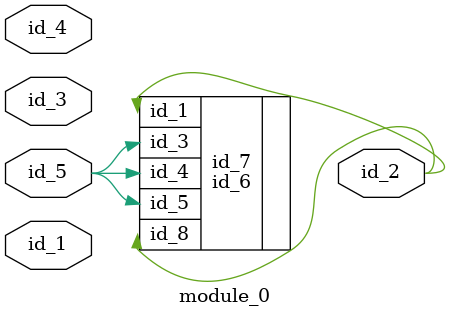
<source format=v>
module module_0 (
    id_1,
    id_2,
    id_3,
    id_4,
    id_5
);
  input id_5;
  input id_4;
  input id_3;
  output id_2;
  input id_1;
  id_6 id_7 (
      .id_5(id_2),
      .id_3(id_5),
      .id_4(id_5),
      .id_4(id_5),
      .id_1(id_2),
      .id_8(id_5),
      .id_5(id_4),
      .id_8(id_2),
      .id_5(id_5)
  );
endmodule

</source>
